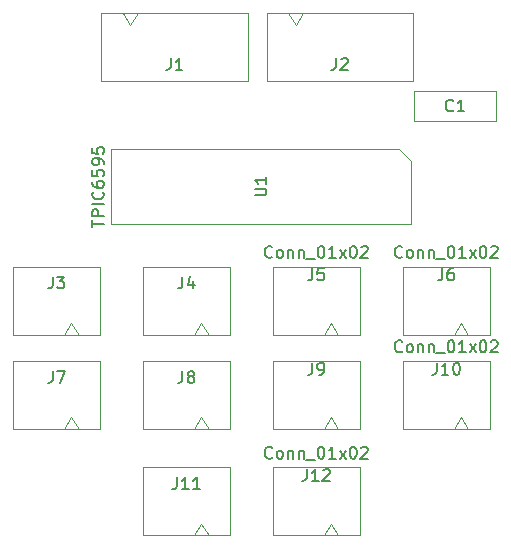
<source format=gbr>
G04 #@! TF.GenerationSoftware,KiCad,Pcbnew,(5.1.10)-1*
G04 #@! TF.CreationDate,2021-10-09T13:30:43+01:00*
G04 #@! TF.ProjectId,8_switch_array,385f7377-6974-4636-985f-61727261792e,rev?*
G04 #@! TF.SameCoordinates,Original*
G04 #@! TF.FileFunction,Other,Fab,Top*
%FSLAX46Y46*%
G04 Gerber Fmt 4.6, Leading zero omitted, Abs format (unit mm)*
G04 Created by KiCad (PCBNEW (5.1.10)-1) date 2021-10-09 13:30:43*
%MOMM*%
%LPD*%
G01*
G04 APERTURE LIST*
%ADD10C,0.100000*%
%ADD11C,0.150000*%
G04 APERTURE END LIST*
D10*
X159770000Y-48135000D02*
X159770000Y-53485000D01*
X159770000Y-53485000D02*
X134370000Y-53485000D01*
X134370000Y-53485000D02*
X134370000Y-47135000D01*
X134370000Y-47135000D02*
X158770000Y-47135000D01*
X158770000Y-47135000D02*
X159770000Y-48135000D01*
X153000000Y-78850000D02*
X152375000Y-79850000D01*
X153625000Y-79850000D02*
X153000000Y-78850000D01*
X148050000Y-79850000D02*
X155450000Y-79850000D01*
X148050000Y-74100000D02*
X148050000Y-79850000D01*
X155450000Y-74100000D02*
X148050000Y-74100000D01*
X155450000Y-79850000D02*
X155450000Y-74100000D01*
X160000000Y-42250000D02*
X160000000Y-44750000D01*
X160000000Y-44750000D02*
X167000000Y-44750000D01*
X167000000Y-44750000D02*
X167000000Y-42250000D01*
X167000000Y-42250000D02*
X160000000Y-42250000D01*
X166450000Y-70850000D02*
X166450000Y-65100000D01*
X166450000Y-65100000D02*
X159050000Y-65100000D01*
X159050000Y-65100000D02*
X159050000Y-70850000D01*
X159050000Y-70850000D02*
X166450000Y-70850000D01*
X164625000Y-70850000D02*
X164000000Y-69850000D01*
X164000000Y-69850000D02*
X163375000Y-70850000D01*
X155450000Y-70850000D02*
X155450000Y-65100000D01*
X155450000Y-65100000D02*
X148050000Y-65100000D01*
X148050000Y-65100000D02*
X148050000Y-70850000D01*
X148050000Y-70850000D02*
X155450000Y-70850000D01*
X153625000Y-70850000D02*
X153000000Y-69850000D01*
X153000000Y-69850000D02*
X152375000Y-70850000D01*
X166450000Y-62850000D02*
X166450000Y-57100000D01*
X166450000Y-57100000D02*
X159050000Y-57100000D01*
X159050000Y-57100000D02*
X159050000Y-62850000D01*
X159050000Y-62850000D02*
X166450000Y-62850000D01*
X164625000Y-62850000D02*
X164000000Y-61850000D01*
X164000000Y-61850000D02*
X163375000Y-62850000D01*
X155450000Y-62850000D02*
X155450000Y-57100000D01*
X155450000Y-57100000D02*
X148050000Y-57100000D01*
X148050000Y-57100000D02*
X148050000Y-62850000D01*
X148050000Y-62850000D02*
X155450000Y-62850000D01*
X153625000Y-62850000D02*
X153000000Y-61850000D01*
X153000000Y-61850000D02*
X152375000Y-62850000D01*
X144450000Y-79850000D02*
X144450000Y-74100000D01*
X144450000Y-74100000D02*
X137050000Y-74100000D01*
X137050000Y-74100000D02*
X137050000Y-79850000D01*
X137050000Y-79850000D02*
X144450000Y-79850000D01*
X142625000Y-79850000D02*
X142000000Y-78850000D01*
X142000000Y-78850000D02*
X141375000Y-79850000D01*
X144450000Y-62850000D02*
X144450000Y-57100000D01*
X144450000Y-57100000D02*
X137050000Y-57100000D01*
X137050000Y-57100000D02*
X137050000Y-62850000D01*
X137050000Y-62850000D02*
X144450000Y-62850000D01*
X142625000Y-62850000D02*
X142000000Y-61850000D01*
X142000000Y-61850000D02*
X141375000Y-62850000D01*
X133450000Y-70850000D02*
X133450000Y-65100000D01*
X133450000Y-65100000D02*
X126050000Y-65100000D01*
X126050000Y-65100000D02*
X126050000Y-70850000D01*
X126050000Y-70850000D02*
X133450000Y-70850000D01*
X131625000Y-70850000D02*
X131000000Y-69850000D01*
X131000000Y-69850000D02*
X130375000Y-70850000D01*
X133450000Y-62850000D02*
X133450000Y-57100000D01*
X133450000Y-57100000D02*
X126050000Y-57100000D01*
X126050000Y-57100000D02*
X126050000Y-62850000D01*
X126050000Y-62850000D02*
X133450000Y-62850000D01*
X131625000Y-62850000D02*
X131000000Y-61850000D01*
X131000000Y-61850000D02*
X130375000Y-62850000D01*
X144450000Y-70850000D02*
X144450000Y-65100000D01*
X144450000Y-65100000D02*
X137050000Y-65100000D01*
X137050000Y-65100000D02*
X137050000Y-70850000D01*
X137050000Y-70850000D02*
X144450000Y-70850000D01*
X142625000Y-70850000D02*
X142000000Y-69850000D01*
X142000000Y-69850000D02*
X141375000Y-70850000D01*
X147550000Y-35650000D02*
X147550000Y-41400000D01*
X147550000Y-41400000D02*
X159950000Y-41400000D01*
X159950000Y-41400000D02*
X159950000Y-35650000D01*
X159950000Y-35650000D02*
X147550000Y-35650000D01*
X149375000Y-35650000D02*
X150000000Y-36650000D01*
X150000000Y-36650000D02*
X150625000Y-35650000D01*
X133550000Y-35650000D02*
X133550000Y-41400000D01*
X133550000Y-41400000D02*
X145950000Y-41400000D01*
X145950000Y-41400000D02*
X145950000Y-35650000D01*
X145950000Y-35650000D02*
X133550000Y-35650000D01*
X135375000Y-35650000D02*
X136000000Y-36650000D01*
X136000000Y-36650000D02*
X136625000Y-35650000D01*
D11*
X132762380Y-53738571D02*
X132762380Y-53167142D01*
X133762380Y-53452857D02*
X132762380Y-53452857D01*
X133762380Y-52833809D02*
X132762380Y-52833809D01*
X132762380Y-52452857D01*
X132810000Y-52357619D01*
X132857619Y-52310000D01*
X132952857Y-52262380D01*
X133095714Y-52262380D01*
X133190952Y-52310000D01*
X133238571Y-52357619D01*
X133286190Y-52452857D01*
X133286190Y-52833809D01*
X133762380Y-51833809D02*
X132762380Y-51833809D01*
X133667142Y-50786190D02*
X133714761Y-50833809D01*
X133762380Y-50976666D01*
X133762380Y-51071904D01*
X133714761Y-51214761D01*
X133619523Y-51310000D01*
X133524285Y-51357619D01*
X133333809Y-51405238D01*
X133190952Y-51405238D01*
X133000476Y-51357619D01*
X132905238Y-51310000D01*
X132810000Y-51214761D01*
X132762380Y-51071904D01*
X132762380Y-50976666D01*
X132810000Y-50833809D01*
X132857619Y-50786190D01*
X132762380Y-49929047D02*
X132762380Y-50119523D01*
X132810000Y-50214761D01*
X132857619Y-50262380D01*
X133000476Y-50357619D01*
X133190952Y-50405238D01*
X133571904Y-50405238D01*
X133667142Y-50357619D01*
X133714761Y-50310000D01*
X133762380Y-50214761D01*
X133762380Y-50024285D01*
X133714761Y-49929047D01*
X133667142Y-49881428D01*
X133571904Y-49833809D01*
X133333809Y-49833809D01*
X133238571Y-49881428D01*
X133190952Y-49929047D01*
X133143333Y-50024285D01*
X133143333Y-50214761D01*
X133190952Y-50310000D01*
X133238571Y-50357619D01*
X133333809Y-50405238D01*
X132762380Y-48929047D02*
X132762380Y-49405238D01*
X133238571Y-49452857D01*
X133190952Y-49405238D01*
X133143333Y-49310000D01*
X133143333Y-49071904D01*
X133190952Y-48976666D01*
X133238571Y-48929047D01*
X133333809Y-48881428D01*
X133571904Y-48881428D01*
X133667142Y-48929047D01*
X133714761Y-48976666D01*
X133762380Y-49071904D01*
X133762380Y-49310000D01*
X133714761Y-49405238D01*
X133667142Y-49452857D01*
X133762380Y-48405238D02*
X133762380Y-48214761D01*
X133714761Y-48119523D01*
X133667142Y-48071904D01*
X133524285Y-47976666D01*
X133333809Y-47929047D01*
X132952857Y-47929047D01*
X132857619Y-47976666D01*
X132810000Y-48024285D01*
X132762380Y-48119523D01*
X132762380Y-48310000D01*
X132810000Y-48405238D01*
X132857619Y-48452857D01*
X132952857Y-48500476D01*
X133190952Y-48500476D01*
X133286190Y-48452857D01*
X133333809Y-48405238D01*
X133381428Y-48310000D01*
X133381428Y-48119523D01*
X133333809Y-48024285D01*
X133286190Y-47976666D01*
X133190952Y-47929047D01*
X132762380Y-47024285D02*
X132762380Y-47500476D01*
X133238571Y-47548095D01*
X133190952Y-47500476D01*
X133143333Y-47405238D01*
X133143333Y-47167142D01*
X133190952Y-47071904D01*
X133238571Y-47024285D01*
X133333809Y-46976666D01*
X133571904Y-46976666D01*
X133667142Y-47024285D01*
X133714761Y-47071904D01*
X133762380Y-47167142D01*
X133762380Y-47405238D01*
X133714761Y-47500476D01*
X133667142Y-47548095D01*
X146522380Y-51071904D02*
X147331904Y-51071904D01*
X147427142Y-51024285D01*
X147474761Y-50976666D01*
X147522380Y-50881428D01*
X147522380Y-50690952D01*
X147474761Y-50595714D01*
X147427142Y-50548095D01*
X147331904Y-50500476D01*
X146522380Y-50500476D01*
X147522380Y-49500476D02*
X147522380Y-50071904D01*
X147522380Y-49786190D02*
X146522380Y-49786190D01*
X146665238Y-49881428D01*
X146760476Y-49976666D01*
X146808095Y-50071904D01*
X148011904Y-73257142D02*
X147964285Y-73304761D01*
X147821428Y-73352380D01*
X147726190Y-73352380D01*
X147583333Y-73304761D01*
X147488095Y-73209523D01*
X147440476Y-73114285D01*
X147392857Y-72923809D01*
X147392857Y-72780952D01*
X147440476Y-72590476D01*
X147488095Y-72495238D01*
X147583333Y-72400000D01*
X147726190Y-72352380D01*
X147821428Y-72352380D01*
X147964285Y-72400000D01*
X148011904Y-72447619D01*
X148583333Y-73352380D02*
X148488095Y-73304761D01*
X148440476Y-73257142D01*
X148392857Y-73161904D01*
X148392857Y-72876190D01*
X148440476Y-72780952D01*
X148488095Y-72733333D01*
X148583333Y-72685714D01*
X148726190Y-72685714D01*
X148821428Y-72733333D01*
X148869047Y-72780952D01*
X148916666Y-72876190D01*
X148916666Y-73161904D01*
X148869047Y-73257142D01*
X148821428Y-73304761D01*
X148726190Y-73352380D01*
X148583333Y-73352380D01*
X149345238Y-72685714D02*
X149345238Y-73352380D01*
X149345238Y-72780952D02*
X149392857Y-72733333D01*
X149488095Y-72685714D01*
X149630952Y-72685714D01*
X149726190Y-72733333D01*
X149773809Y-72828571D01*
X149773809Y-73352380D01*
X150250000Y-72685714D02*
X150250000Y-73352380D01*
X150250000Y-72780952D02*
X150297619Y-72733333D01*
X150392857Y-72685714D01*
X150535714Y-72685714D01*
X150630952Y-72733333D01*
X150678571Y-72828571D01*
X150678571Y-73352380D01*
X150916666Y-73447619D02*
X151678571Y-73447619D01*
X152107142Y-72352380D02*
X152202380Y-72352380D01*
X152297619Y-72400000D01*
X152345238Y-72447619D01*
X152392857Y-72542857D01*
X152440476Y-72733333D01*
X152440476Y-72971428D01*
X152392857Y-73161904D01*
X152345238Y-73257142D01*
X152297619Y-73304761D01*
X152202380Y-73352380D01*
X152107142Y-73352380D01*
X152011904Y-73304761D01*
X151964285Y-73257142D01*
X151916666Y-73161904D01*
X151869047Y-72971428D01*
X151869047Y-72733333D01*
X151916666Y-72542857D01*
X151964285Y-72447619D01*
X152011904Y-72400000D01*
X152107142Y-72352380D01*
X153392857Y-73352380D02*
X152821428Y-73352380D01*
X153107142Y-73352380D02*
X153107142Y-72352380D01*
X153011904Y-72495238D01*
X152916666Y-72590476D01*
X152821428Y-72638095D01*
X153726190Y-73352380D02*
X154250000Y-72685714D01*
X153726190Y-72685714D02*
X154250000Y-73352380D01*
X154821428Y-72352380D02*
X154916666Y-72352380D01*
X155011904Y-72400000D01*
X155059523Y-72447619D01*
X155107142Y-72542857D01*
X155154761Y-72733333D01*
X155154761Y-72971428D01*
X155107142Y-73161904D01*
X155059523Y-73257142D01*
X155011904Y-73304761D01*
X154916666Y-73352380D01*
X154821428Y-73352380D01*
X154726190Y-73304761D01*
X154678571Y-73257142D01*
X154630952Y-73161904D01*
X154583333Y-72971428D01*
X154583333Y-72733333D01*
X154630952Y-72542857D01*
X154678571Y-72447619D01*
X154726190Y-72400000D01*
X154821428Y-72352380D01*
X155535714Y-72447619D02*
X155583333Y-72400000D01*
X155678571Y-72352380D01*
X155916666Y-72352380D01*
X156011904Y-72400000D01*
X156059523Y-72447619D01*
X156107142Y-72542857D01*
X156107142Y-72638095D01*
X156059523Y-72780952D01*
X155488095Y-73352380D01*
X156107142Y-73352380D01*
X150940476Y-74252380D02*
X150940476Y-74966666D01*
X150892857Y-75109523D01*
X150797619Y-75204761D01*
X150654761Y-75252380D01*
X150559523Y-75252380D01*
X151940476Y-75252380D02*
X151369047Y-75252380D01*
X151654761Y-75252380D02*
X151654761Y-74252380D01*
X151559523Y-74395238D01*
X151464285Y-74490476D01*
X151369047Y-74538095D01*
X152321428Y-74347619D02*
X152369047Y-74300000D01*
X152464285Y-74252380D01*
X152702380Y-74252380D01*
X152797619Y-74300000D01*
X152845238Y-74347619D01*
X152892857Y-74442857D01*
X152892857Y-74538095D01*
X152845238Y-74680952D01*
X152273809Y-75252380D01*
X152892857Y-75252380D01*
X163333333Y-43857142D02*
X163285714Y-43904761D01*
X163142857Y-43952380D01*
X163047619Y-43952380D01*
X162904761Y-43904761D01*
X162809523Y-43809523D01*
X162761904Y-43714285D01*
X162714285Y-43523809D01*
X162714285Y-43380952D01*
X162761904Y-43190476D01*
X162809523Y-43095238D01*
X162904761Y-43000000D01*
X163047619Y-42952380D01*
X163142857Y-42952380D01*
X163285714Y-43000000D01*
X163333333Y-43047619D01*
X164285714Y-43952380D02*
X163714285Y-43952380D01*
X164000000Y-43952380D02*
X164000000Y-42952380D01*
X163904761Y-43095238D01*
X163809523Y-43190476D01*
X163714285Y-43238095D01*
X159011904Y-64257142D02*
X158964285Y-64304761D01*
X158821428Y-64352380D01*
X158726190Y-64352380D01*
X158583333Y-64304761D01*
X158488095Y-64209523D01*
X158440476Y-64114285D01*
X158392857Y-63923809D01*
X158392857Y-63780952D01*
X158440476Y-63590476D01*
X158488095Y-63495238D01*
X158583333Y-63400000D01*
X158726190Y-63352380D01*
X158821428Y-63352380D01*
X158964285Y-63400000D01*
X159011904Y-63447619D01*
X159583333Y-64352380D02*
X159488095Y-64304761D01*
X159440476Y-64257142D01*
X159392857Y-64161904D01*
X159392857Y-63876190D01*
X159440476Y-63780952D01*
X159488095Y-63733333D01*
X159583333Y-63685714D01*
X159726190Y-63685714D01*
X159821428Y-63733333D01*
X159869047Y-63780952D01*
X159916666Y-63876190D01*
X159916666Y-64161904D01*
X159869047Y-64257142D01*
X159821428Y-64304761D01*
X159726190Y-64352380D01*
X159583333Y-64352380D01*
X160345238Y-63685714D02*
X160345238Y-64352380D01*
X160345238Y-63780952D02*
X160392857Y-63733333D01*
X160488095Y-63685714D01*
X160630952Y-63685714D01*
X160726190Y-63733333D01*
X160773809Y-63828571D01*
X160773809Y-64352380D01*
X161250000Y-63685714D02*
X161250000Y-64352380D01*
X161250000Y-63780952D02*
X161297619Y-63733333D01*
X161392857Y-63685714D01*
X161535714Y-63685714D01*
X161630952Y-63733333D01*
X161678571Y-63828571D01*
X161678571Y-64352380D01*
X161916666Y-64447619D02*
X162678571Y-64447619D01*
X163107142Y-63352380D02*
X163202380Y-63352380D01*
X163297619Y-63400000D01*
X163345238Y-63447619D01*
X163392857Y-63542857D01*
X163440476Y-63733333D01*
X163440476Y-63971428D01*
X163392857Y-64161904D01*
X163345238Y-64257142D01*
X163297619Y-64304761D01*
X163202380Y-64352380D01*
X163107142Y-64352380D01*
X163011904Y-64304761D01*
X162964285Y-64257142D01*
X162916666Y-64161904D01*
X162869047Y-63971428D01*
X162869047Y-63733333D01*
X162916666Y-63542857D01*
X162964285Y-63447619D01*
X163011904Y-63400000D01*
X163107142Y-63352380D01*
X164392857Y-64352380D02*
X163821428Y-64352380D01*
X164107142Y-64352380D02*
X164107142Y-63352380D01*
X164011904Y-63495238D01*
X163916666Y-63590476D01*
X163821428Y-63638095D01*
X164726190Y-64352380D02*
X165250000Y-63685714D01*
X164726190Y-63685714D02*
X165250000Y-64352380D01*
X165821428Y-63352380D02*
X165916666Y-63352380D01*
X166011904Y-63400000D01*
X166059523Y-63447619D01*
X166107142Y-63542857D01*
X166154761Y-63733333D01*
X166154761Y-63971428D01*
X166107142Y-64161904D01*
X166059523Y-64257142D01*
X166011904Y-64304761D01*
X165916666Y-64352380D01*
X165821428Y-64352380D01*
X165726190Y-64304761D01*
X165678571Y-64257142D01*
X165630952Y-64161904D01*
X165583333Y-63971428D01*
X165583333Y-63733333D01*
X165630952Y-63542857D01*
X165678571Y-63447619D01*
X165726190Y-63400000D01*
X165821428Y-63352380D01*
X166535714Y-63447619D02*
X166583333Y-63400000D01*
X166678571Y-63352380D01*
X166916666Y-63352380D01*
X167011904Y-63400000D01*
X167059523Y-63447619D01*
X167107142Y-63542857D01*
X167107142Y-63638095D01*
X167059523Y-63780952D01*
X166488095Y-64352380D01*
X167107142Y-64352380D01*
X161940476Y-65252380D02*
X161940476Y-65966666D01*
X161892857Y-66109523D01*
X161797619Y-66204761D01*
X161654761Y-66252380D01*
X161559523Y-66252380D01*
X162940476Y-66252380D02*
X162369047Y-66252380D01*
X162654761Y-66252380D02*
X162654761Y-65252380D01*
X162559523Y-65395238D01*
X162464285Y-65490476D01*
X162369047Y-65538095D01*
X163559523Y-65252380D02*
X163654761Y-65252380D01*
X163750000Y-65300000D01*
X163797619Y-65347619D01*
X163845238Y-65442857D01*
X163892857Y-65633333D01*
X163892857Y-65871428D01*
X163845238Y-66061904D01*
X163797619Y-66157142D01*
X163750000Y-66204761D01*
X163654761Y-66252380D01*
X163559523Y-66252380D01*
X163464285Y-66204761D01*
X163416666Y-66157142D01*
X163369047Y-66061904D01*
X163321428Y-65871428D01*
X163321428Y-65633333D01*
X163369047Y-65442857D01*
X163416666Y-65347619D01*
X163464285Y-65300000D01*
X163559523Y-65252380D01*
X151416666Y-65252380D02*
X151416666Y-65966666D01*
X151369047Y-66109523D01*
X151273809Y-66204761D01*
X151130952Y-66252380D01*
X151035714Y-66252380D01*
X151940476Y-66252380D02*
X152130952Y-66252380D01*
X152226190Y-66204761D01*
X152273809Y-66157142D01*
X152369047Y-66014285D01*
X152416666Y-65823809D01*
X152416666Y-65442857D01*
X152369047Y-65347619D01*
X152321428Y-65300000D01*
X152226190Y-65252380D01*
X152035714Y-65252380D01*
X151940476Y-65300000D01*
X151892857Y-65347619D01*
X151845238Y-65442857D01*
X151845238Y-65680952D01*
X151892857Y-65776190D01*
X151940476Y-65823809D01*
X152035714Y-65871428D01*
X152226190Y-65871428D01*
X152321428Y-65823809D01*
X152369047Y-65776190D01*
X152416666Y-65680952D01*
X159011904Y-56257142D02*
X158964285Y-56304761D01*
X158821428Y-56352380D01*
X158726190Y-56352380D01*
X158583333Y-56304761D01*
X158488095Y-56209523D01*
X158440476Y-56114285D01*
X158392857Y-55923809D01*
X158392857Y-55780952D01*
X158440476Y-55590476D01*
X158488095Y-55495238D01*
X158583333Y-55400000D01*
X158726190Y-55352380D01*
X158821428Y-55352380D01*
X158964285Y-55400000D01*
X159011904Y-55447619D01*
X159583333Y-56352380D02*
X159488095Y-56304761D01*
X159440476Y-56257142D01*
X159392857Y-56161904D01*
X159392857Y-55876190D01*
X159440476Y-55780952D01*
X159488095Y-55733333D01*
X159583333Y-55685714D01*
X159726190Y-55685714D01*
X159821428Y-55733333D01*
X159869047Y-55780952D01*
X159916666Y-55876190D01*
X159916666Y-56161904D01*
X159869047Y-56257142D01*
X159821428Y-56304761D01*
X159726190Y-56352380D01*
X159583333Y-56352380D01*
X160345238Y-55685714D02*
X160345238Y-56352380D01*
X160345238Y-55780952D02*
X160392857Y-55733333D01*
X160488095Y-55685714D01*
X160630952Y-55685714D01*
X160726190Y-55733333D01*
X160773809Y-55828571D01*
X160773809Y-56352380D01*
X161250000Y-55685714D02*
X161250000Y-56352380D01*
X161250000Y-55780952D02*
X161297619Y-55733333D01*
X161392857Y-55685714D01*
X161535714Y-55685714D01*
X161630952Y-55733333D01*
X161678571Y-55828571D01*
X161678571Y-56352380D01*
X161916666Y-56447619D02*
X162678571Y-56447619D01*
X163107142Y-55352380D02*
X163202380Y-55352380D01*
X163297619Y-55400000D01*
X163345238Y-55447619D01*
X163392857Y-55542857D01*
X163440476Y-55733333D01*
X163440476Y-55971428D01*
X163392857Y-56161904D01*
X163345238Y-56257142D01*
X163297619Y-56304761D01*
X163202380Y-56352380D01*
X163107142Y-56352380D01*
X163011904Y-56304761D01*
X162964285Y-56257142D01*
X162916666Y-56161904D01*
X162869047Y-55971428D01*
X162869047Y-55733333D01*
X162916666Y-55542857D01*
X162964285Y-55447619D01*
X163011904Y-55400000D01*
X163107142Y-55352380D01*
X164392857Y-56352380D02*
X163821428Y-56352380D01*
X164107142Y-56352380D02*
X164107142Y-55352380D01*
X164011904Y-55495238D01*
X163916666Y-55590476D01*
X163821428Y-55638095D01*
X164726190Y-56352380D02*
X165250000Y-55685714D01*
X164726190Y-55685714D02*
X165250000Y-56352380D01*
X165821428Y-55352380D02*
X165916666Y-55352380D01*
X166011904Y-55400000D01*
X166059523Y-55447619D01*
X166107142Y-55542857D01*
X166154761Y-55733333D01*
X166154761Y-55971428D01*
X166107142Y-56161904D01*
X166059523Y-56257142D01*
X166011904Y-56304761D01*
X165916666Y-56352380D01*
X165821428Y-56352380D01*
X165726190Y-56304761D01*
X165678571Y-56257142D01*
X165630952Y-56161904D01*
X165583333Y-55971428D01*
X165583333Y-55733333D01*
X165630952Y-55542857D01*
X165678571Y-55447619D01*
X165726190Y-55400000D01*
X165821428Y-55352380D01*
X166535714Y-55447619D02*
X166583333Y-55400000D01*
X166678571Y-55352380D01*
X166916666Y-55352380D01*
X167011904Y-55400000D01*
X167059523Y-55447619D01*
X167107142Y-55542857D01*
X167107142Y-55638095D01*
X167059523Y-55780952D01*
X166488095Y-56352380D01*
X167107142Y-56352380D01*
X162416666Y-57252380D02*
X162416666Y-57966666D01*
X162369047Y-58109523D01*
X162273809Y-58204761D01*
X162130952Y-58252380D01*
X162035714Y-58252380D01*
X163321428Y-57252380D02*
X163130952Y-57252380D01*
X163035714Y-57300000D01*
X162988095Y-57347619D01*
X162892857Y-57490476D01*
X162845238Y-57680952D01*
X162845238Y-58061904D01*
X162892857Y-58157142D01*
X162940476Y-58204761D01*
X163035714Y-58252380D01*
X163226190Y-58252380D01*
X163321428Y-58204761D01*
X163369047Y-58157142D01*
X163416666Y-58061904D01*
X163416666Y-57823809D01*
X163369047Y-57728571D01*
X163321428Y-57680952D01*
X163226190Y-57633333D01*
X163035714Y-57633333D01*
X162940476Y-57680952D01*
X162892857Y-57728571D01*
X162845238Y-57823809D01*
X148011904Y-56257142D02*
X147964285Y-56304761D01*
X147821428Y-56352380D01*
X147726190Y-56352380D01*
X147583333Y-56304761D01*
X147488095Y-56209523D01*
X147440476Y-56114285D01*
X147392857Y-55923809D01*
X147392857Y-55780952D01*
X147440476Y-55590476D01*
X147488095Y-55495238D01*
X147583333Y-55400000D01*
X147726190Y-55352380D01*
X147821428Y-55352380D01*
X147964285Y-55400000D01*
X148011904Y-55447619D01*
X148583333Y-56352380D02*
X148488095Y-56304761D01*
X148440476Y-56257142D01*
X148392857Y-56161904D01*
X148392857Y-55876190D01*
X148440476Y-55780952D01*
X148488095Y-55733333D01*
X148583333Y-55685714D01*
X148726190Y-55685714D01*
X148821428Y-55733333D01*
X148869047Y-55780952D01*
X148916666Y-55876190D01*
X148916666Y-56161904D01*
X148869047Y-56257142D01*
X148821428Y-56304761D01*
X148726190Y-56352380D01*
X148583333Y-56352380D01*
X149345238Y-55685714D02*
X149345238Y-56352380D01*
X149345238Y-55780952D02*
X149392857Y-55733333D01*
X149488095Y-55685714D01*
X149630952Y-55685714D01*
X149726190Y-55733333D01*
X149773809Y-55828571D01*
X149773809Y-56352380D01*
X150250000Y-55685714D02*
X150250000Y-56352380D01*
X150250000Y-55780952D02*
X150297619Y-55733333D01*
X150392857Y-55685714D01*
X150535714Y-55685714D01*
X150630952Y-55733333D01*
X150678571Y-55828571D01*
X150678571Y-56352380D01*
X150916666Y-56447619D02*
X151678571Y-56447619D01*
X152107142Y-55352380D02*
X152202380Y-55352380D01*
X152297619Y-55400000D01*
X152345238Y-55447619D01*
X152392857Y-55542857D01*
X152440476Y-55733333D01*
X152440476Y-55971428D01*
X152392857Y-56161904D01*
X152345238Y-56257142D01*
X152297619Y-56304761D01*
X152202380Y-56352380D01*
X152107142Y-56352380D01*
X152011904Y-56304761D01*
X151964285Y-56257142D01*
X151916666Y-56161904D01*
X151869047Y-55971428D01*
X151869047Y-55733333D01*
X151916666Y-55542857D01*
X151964285Y-55447619D01*
X152011904Y-55400000D01*
X152107142Y-55352380D01*
X153392857Y-56352380D02*
X152821428Y-56352380D01*
X153107142Y-56352380D02*
X153107142Y-55352380D01*
X153011904Y-55495238D01*
X152916666Y-55590476D01*
X152821428Y-55638095D01*
X153726190Y-56352380D02*
X154250000Y-55685714D01*
X153726190Y-55685714D02*
X154250000Y-56352380D01*
X154821428Y-55352380D02*
X154916666Y-55352380D01*
X155011904Y-55400000D01*
X155059523Y-55447619D01*
X155107142Y-55542857D01*
X155154761Y-55733333D01*
X155154761Y-55971428D01*
X155107142Y-56161904D01*
X155059523Y-56257142D01*
X155011904Y-56304761D01*
X154916666Y-56352380D01*
X154821428Y-56352380D01*
X154726190Y-56304761D01*
X154678571Y-56257142D01*
X154630952Y-56161904D01*
X154583333Y-55971428D01*
X154583333Y-55733333D01*
X154630952Y-55542857D01*
X154678571Y-55447619D01*
X154726190Y-55400000D01*
X154821428Y-55352380D01*
X155535714Y-55447619D02*
X155583333Y-55400000D01*
X155678571Y-55352380D01*
X155916666Y-55352380D01*
X156011904Y-55400000D01*
X156059523Y-55447619D01*
X156107142Y-55542857D01*
X156107142Y-55638095D01*
X156059523Y-55780952D01*
X155488095Y-56352380D01*
X156107142Y-56352380D01*
X151416666Y-57252380D02*
X151416666Y-57966666D01*
X151369047Y-58109523D01*
X151273809Y-58204761D01*
X151130952Y-58252380D01*
X151035714Y-58252380D01*
X152369047Y-57252380D02*
X151892857Y-57252380D01*
X151845238Y-57728571D01*
X151892857Y-57680952D01*
X151988095Y-57633333D01*
X152226190Y-57633333D01*
X152321428Y-57680952D01*
X152369047Y-57728571D01*
X152416666Y-57823809D01*
X152416666Y-58061904D01*
X152369047Y-58157142D01*
X152321428Y-58204761D01*
X152226190Y-58252380D01*
X151988095Y-58252380D01*
X151892857Y-58204761D01*
X151845238Y-58157142D01*
X139940476Y-74952380D02*
X139940476Y-75666666D01*
X139892857Y-75809523D01*
X139797619Y-75904761D01*
X139654761Y-75952380D01*
X139559523Y-75952380D01*
X140940476Y-75952380D02*
X140369047Y-75952380D01*
X140654761Y-75952380D02*
X140654761Y-74952380D01*
X140559523Y-75095238D01*
X140464285Y-75190476D01*
X140369047Y-75238095D01*
X141892857Y-75952380D02*
X141321428Y-75952380D01*
X141607142Y-75952380D02*
X141607142Y-74952380D01*
X141511904Y-75095238D01*
X141416666Y-75190476D01*
X141321428Y-75238095D01*
X140416666Y-57952380D02*
X140416666Y-58666666D01*
X140369047Y-58809523D01*
X140273809Y-58904761D01*
X140130952Y-58952380D01*
X140035714Y-58952380D01*
X141321428Y-58285714D02*
X141321428Y-58952380D01*
X141083333Y-57904761D02*
X140845238Y-58619047D01*
X141464285Y-58619047D01*
X129416666Y-65952380D02*
X129416666Y-66666666D01*
X129369047Y-66809523D01*
X129273809Y-66904761D01*
X129130952Y-66952380D01*
X129035714Y-66952380D01*
X129797619Y-65952380D02*
X130464285Y-65952380D01*
X130035714Y-66952380D01*
X129416666Y-57952380D02*
X129416666Y-58666666D01*
X129369047Y-58809523D01*
X129273809Y-58904761D01*
X129130952Y-58952380D01*
X129035714Y-58952380D01*
X129797619Y-57952380D02*
X130416666Y-57952380D01*
X130083333Y-58333333D01*
X130226190Y-58333333D01*
X130321428Y-58380952D01*
X130369047Y-58428571D01*
X130416666Y-58523809D01*
X130416666Y-58761904D01*
X130369047Y-58857142D01*
X130321428Y-58904761D01*
X130226190Y-58952380D01*
X129940476Y-58952380D01*
X129845238Y-58904761D01*
X129797619Y-58857142D01*
X140416666Y-65952380D02*
X140416666Y-66666666D01*
X140369047Y-66809523D01*
X140273809Y-66904761D01*
X140130952Y-66952380D01*
X140035714Y-66952380D01*
X141035714Y-66380952D02*
X140940476Y-66333333D01*
X140892857Y-66285714D01*
X140845238Y-66190476D01*
X140845238Y-66142857D01*
X140892857Y-66047619D01*
X140940476Y-66000000D01*
X141035714Y-65952380D01*
X141226190Y-65952380D01*
X141321428Y-66000000D01*
X141369047Y-66047619D01*
X141416666Y-66142857D01*
X141416666Y-66190476D01*
X141369047Y-66285714D01*
X141321428Y-66333333D01*
X141226190Y-66380952D01*
X141035714Y-66380952D01*
X140940476Y-66428571D01*
X140892857Y-66476190D01*
X140845238Y-66571428D01*
X140845238Y-66761904D01*
X140892857Y-66857142D01*
X140940476Y-66904761D01*
X141035714Y-66952380D01*
X141226190Y-66952380D01*
X141321428Y-66904761D01*
X141369047Y-66857142D01*
X141416666Y-66761904D01*
X141416666Y-66571428D01*
X141369047Y-66476190D01*
X141321428Y-66428571D01*
X141226190Y-66380952D01*
X153416666Y-39452380D02*
X153416666Y-40166666D01*
X153369047Y-40309523D01*
X153273809Y-40404761D01*
X153130952Y-40452380D01*
X153035714Y-40452380D01*
X153845238Y-39547619D02*
X153892857Y-39500000D01*
X153988095Y-39452380D01*
X154226190Y-39452380D01*
X154321428Y-39500000D01*
X154369047Y-39547619D01*
X154416666Y-39642857D01*
X154416666Y-39738095D01*
X154369047Y-39880952D01*
X153797619Y-40452380D01*
X154416666Y-40452380D01*
X139416666Y-39452380D02*
X139416666Y-40166666D01*
X139369047Y-40309523D01*
X139273809Y-40404761D01*
X139130952Y-40452380D01*
X139035714Y-40452380D01*
X140416666Y-40452380D02*
X139845238Y-40452380D01*
X140130952Y-40452380D02*
X140130952Y-39452380D01*
X140035714Y-39595238D01*
X139940476Y-39690476D01*
X139845238Y-39738095D01*
M02*

</source>
